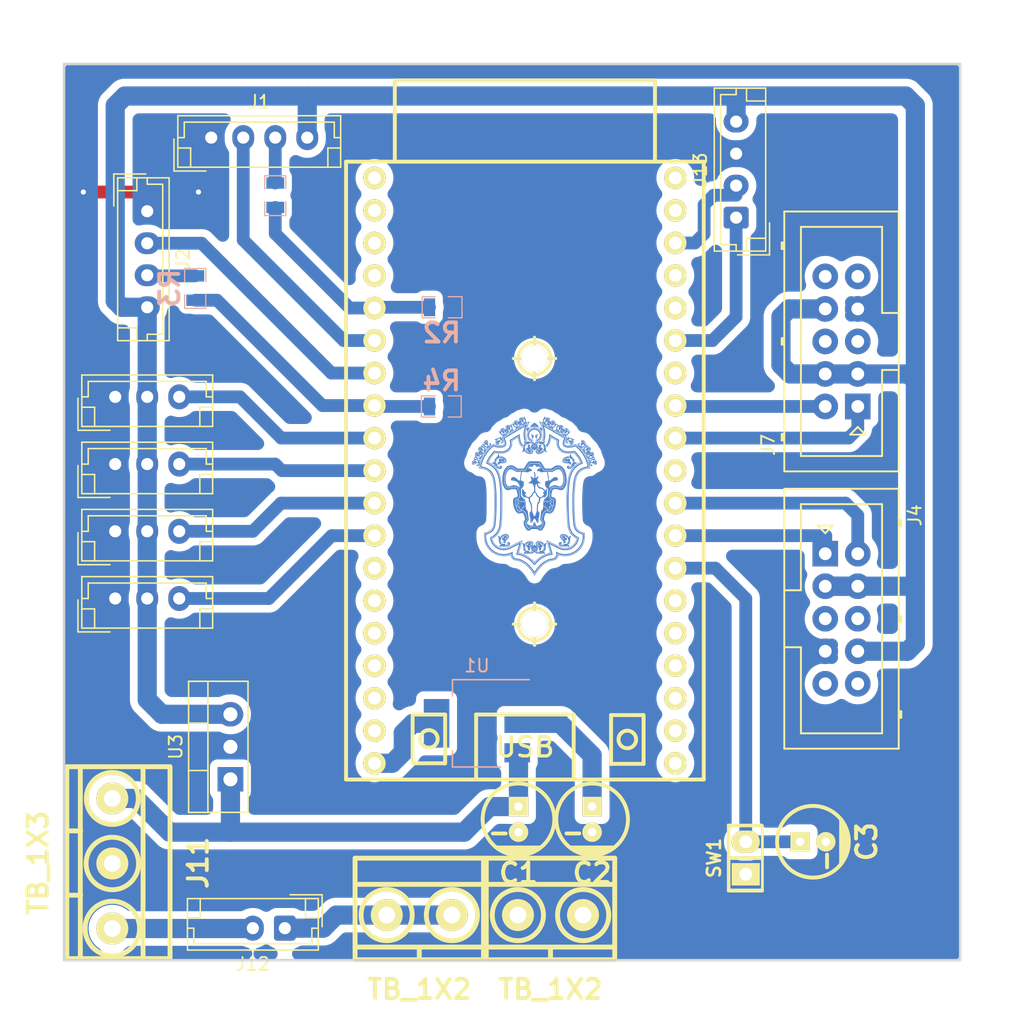
<source format=kicad_pcb>
(kicad_pcb (version 20221018) (generator pcbnew)
  (layers (0 "F.Cu" signal) (31 "B.Cu" signal) (34 "B.Paste" user) (35 "F.Paste" user) (36 "B.SilkS" user "B.Silkscreen") (37 "F.SilkS" user "F.Silkscreen") (38 "B.Mask" user) (39 "F.Mask" user) (44 "Edge.Cuts" user))
  (net 0 "")
  (net 1 "GND")
  (net 2 "/+5v")
  (net 3 "/START")
  (net 4 "/TRIG_1")
  (net 5 "Net-(J1-Pin_3)")
  (net 6 "/TRIG_2")
  (net 7 "Net-(J2-Pin_3)")
  (net 8 "/TATAMI_DER")
  (net 9 "/MI_1")
  (net 10 "/MI_2")
  (net 15 "/TATAMI_IZQ")
  (net 16 "/DIS_DER")
  (net 17 "/MD_1")
  (net 18 "/MD_2")
  (net 23 "/DIS_IZQ")
  (net 24 "/VBAT")
  (net 25 "/VSTEP")
  (net 26 "/SDA")
  (net 27 "/SCL")
  (net 28 "/ECHO_1")
  (net 29 "/ECHO_2")
  (net 30 "/3.3V")
  (net 52 "/SALIDA_STEP")
  (net 53 "/SALIDA_REG")
  (footprint "EESTN5:Pin_Header_2" (layer "F.Cu") (at 122.9325 117.02 90)
    (fp_text reference "SW1")
    (fp_text value "START" hide)
  )
  (footprint "Connector_JST:JST_EH_B3B-EH-A_1x03_P2.50mm_Vertical" (layer "F.Cu") (at 87.25 122.5 180)
    (fp_text reference "J12")
    (fp_text value "Conn_01x03")
  )
  (footprint "EESTN5:ESP32_DEVKITC" (layer "F.Cu") (at 106 86.76 -90)
    (fp_text reference "U2" hide)
    (fp_text value "ESP32_DEVKITC" hide)
  )
  (footprint "Connector_JST:JST_EH_B3B-EH-A_1x03_P2.50mm_Vertical" (layer "F.Cu") (at 74 86.25)
    (fp_text reference "J5" hide)
    (fp_text value "Conn_01x03" hide)
  )
  (footprint "EESTN5:CAP_ELEC_5x11mm" (layer "F.Cu") (at 111.25 114 180)
    (fp_text reference "C2")
    (fp_text value "CAPAPOL" hide)
  )
  (footprint "EESTN5:BORNERA2_AZUL" (layer "F.Cu") (at 97.75 121.47625)
    (fp_text reference "J9" hide)
    (fp_text value "TB_1X2")
  )
  (footprint "Connector_JST:JST_EH_B3B-EH-A_1x03_P2.50mm_Vertical" (layer "F.Cu") (at 74 96.75)
    (fp_text reference "J8" hide)
    (fp_text value "Conn_01x03" hide)
  )
  (footprint "EESTN5:BORNERA2_AZUL" (layer "F.Cu") (at 108 121.47625)
    (fp_text reference "J10" hide)
    (fp_text value "TB_1X2")
  )
  (footprint "LOGO" (layer "F.Cu") (at 106.75 88.75)
    (fp_text reference "G***" hide)
    (fp_text value "LOGO" hide)
  )
  (footprint "Connector_JST:JST_EH_B3B-EH-A_1x03_P2.50mm_Vertical" (layer "F.Cu") (at 74 91.5)
    (fp_text reference "J6" hide)
    (fp_text value "Conn_01x03" hide)
  )
  (footprint "EESTN5:CAP_ELEC_5x11mm" (layer "F.Cu") (at 128.5 115.75 -90)
    (fp_text reference "C3")
    (fp_text value "10uF 16V" hide)
  )
  (footprint "EESTN5:CAP_ELEC_5x11mm" (layer "F.Cu") (at 105.5 114 180)
    (fp_text reference "C1")
    (fp_text value "CAPAPOL" hide)
  )
  (footprint "Package_TO_SOT_THT:TO-220-3_Vertical" (layer "F.Cu") (at 83 110.875 90)
    (fp_text reference "U3")
    (fp_text value "LF15_TO220")
  )
  (footprint "EESTN5:BORNERA3_AZUL" (layer "F.Cu") (at 73.77375 117.44675 -90)
    (fp_text reference "J11")
    (fp_text value "TB_1X3")
  )
  (footprint "Connector_JST:JST_EH_B4B-EH-A_1x04_P2.50mm_Vertical" (layer "F.Cu") (at 122.5 67 90)
    (fp_text reference "J13")
    (fp_text value "Conn_01x04")
  )
  (footprint "Connector_JST:JST_EH_B4B-EH-A_1x04_P2.50mm_Vertical" (layer "F.Cu") (at 81.5 60.75)
    (fp_text reference "J1")
    (fp_text value "Conn_01x04" hide)
  )
  (footprint "EESTN5:hole_2mm" (layer "F.Cu") (at 106.75 98.75)
    (fp_text reference "H1" hide)
    (fp_text value "MountingHole" hide)
  )
  (footprint "EESTN5:hole_2mm" (layer "F.Cu") (at 106.75 78)
    (fp_text reference "H2" hide)
    (fp_text value "MountingHole" hide)
  )
  (footprint "Connector_JST:JST_EH_B4B-EH-A_1x04_P2.50mm_Vertical" (layer "F.Cu") (at 76.5 66.5 -90)
    (fp_text reference "J2")
    (fp_text value "Conn_01x04")
  )
  (footprint "EESTN5:Header_2x05x2.54mm_Vertical" (layer "F.Cu") (at 130.73 76.67 90)
    (fp_text reference "J7")
    (fp_text value "Conn_02x05_Odd_Even")
  )
  (footprint "Connector_JST:JST_EH_B3B-EH-A_1x03_P2.50mm_Vertical" (layer "F.Cu") (at 74 81)
    (fp_text reference "J3" hide)
    (fp_text value "Conn_01x03" hide)
  )
  (footprint "EESTN5:Header_2x05x2.54mm_Vertical" (layer "F.Cu") (at 130.73 98.33 -90)
    (fp_text reference "J4")
    (fp_text value "Conn_02x05_Odd_Even")
  )
  (footprint "EESTN5:R_0805" (layer "B.Cu") (at 80.25 72.5 -90)
    (fp_text reference "R3")
    (fp_text value "R" hide)
  )
  (footprint "Package_TO_SOT_SMD:SOT-223-3_TabPin2" (layer "B.Cu") (at 102.25 106.5 180)
    (fp_text reference "U1")
    (fp_text value "LD1117S12TR_SOT223")
  )
  (footprint "EESTN5:R_0805" (layer "B.Cu") (at 86.5 65.25 -90)
    (fp_text reference "R1" hide)
    (fp_text value "R" hide)
  )
  (footprint "EESTN5:R_0805" (layer "B.Cu") (at 99.5 81.75 180)
    (fp_text reference "R4")
    (fp_text value "R" hide)
  )
  (footprint "EESTN5:R_0805" (layer "B.Cu") (at 99.5 74)
    (fp_text reference "R2")
    (fp_text value "R" hide)
  )
  (gr_rect (start 70 55) (end 140 125) (stroke (width 0.2)) (fill none) (layer "Edge.Cuts"))
  (segment (start 80.5 65) (end 71.51 65) (width 1) (layer "F.Cu") (net 1))
  (via (at 80.5 65) (size 0.8) (drill 0.4) (layers "F.Cu" "B.Cu") (net 1))
  (via (at 71.51 65) (size 0.8) (drill 0.4) (layers "F.Cu" "B.Cu") (net 1))
  (segment (start 94.25 109.62) (end 95.63 109.62) (width 1.5) (layer "B.Cu") (net 2))
  (segment (start 108.75 106.5) (end 105.4 106.5) (width 1.5) (layer "B.Cu") (net 2))
  (segment (start 97.25 106.5) (end 99.1 106.5) (width 1.5) (layer "B.Cu") (net 2))
  (segment (start 96.5 108.75) (end 96.5 107.25) (width 1.5) (layer "B.Cu") (net 2))
  (segment (start 111.25 113) (end 111.25 109) (width 1.5) (layer "B.Cu") (net 2))
  (segment (start 95.63 109.62) (end 96.5 108.75) (width 1.5) (layer "B.Cu") (net 2))
  (segment (start 111.25 109) (end 108.75 106.5) (width 1.5) (layer "B.Cu") (net 2))
  (segment (start 96.5 107.25) (end 97.25 106.5) (width 1.5) (layer "B.Cu") (net 2))
  (segment (start 123.25 96.75) (end 120.88 94.38) (width 1) (layer "B.Cu") (net 3))
  (segment (start 120.88 94.38) (end 117.75 94.38) (width 1) (layer "B.Cu") (net 3))
  (segment (start 127.5 115.75) (end 123.25 115.75) (width 1) (layer "B.Cu") (net 3))
  (segment (start 123.25 115.75) (end 123.25 96.75) (width 1) (layer "B.Cu") (net 3))
  (segment (start 91.85 76.6) (end 84 68.75) (width 1) (layer "B.Cu") (net 4))
  (segment (start 84 68.75) (end 84 60.75) (width 1) (layer "B.Cu") (net 4))
  (segment (start 94.25 76.6) (end 91.85 76.6) (width 1) (layer "B.Cu") (net 4))
  (segment (start 86.5 64.2975) (end 86.5 60.75) (width 1) (layer "B.Cu") (net 5))
  (segment (start 80.75 69) (end 76.5 69) (width 1) (layer "B.Cu") (net 6))
  (segment (start 90.89 79.14) (end 80.75 69) (width 1) (layer "B.Cu") (net 6))
  (segment (start 94.25 79.14) (end 90.89 79.14) (width 1) (layer "B.Cu") (net 6))
  (segment (start 76.5475 71.5475) (end 76.5 71.5) (width 1) (layer "B.Cu") (net 7))
  (segment (start 80.25 71.5475) (end 76.5475 71.5475) (width 1) (layer "B.Cu") (net 7))
  (segment (start 83.75 81) (end 86.97 84.22) (width 1) (layer "B.Cu") (net 8))
  (segment (start 86.97 84.22) (end 94.25 84.22) (width 1) (layer "B.Cu") (net 8))
  (segment (start 79 81) (end 83.75 81) (width 1) (layer "B.Cu") (net 8))
  (segment (start 129.5 91.84) (end 117.75 91.84) (width 1) (layer "B.Cu") (net 9))
  (segment (start 129.5 93.21) (end 129.5 91.84) (width 1) (layer "B.Cu") (net 9))
  (segment (start 129.46 93.25) (end 129.5 93.21) (width 1) (layer "B.Cu") (net 9))
  (segment (start 131.05 89.3) (end 132 90.25) (width 1) (layer "B.Cu") (net 10))
  (segment (start 132 90.25) (end 132 93.25) (width 1) (layer "B.Cu") (net 10))
  (segment (start 117.75 89.3) (end 131.05 89.3) (width 1) (layer "B.Cu") (net 10))
  (segment (start 87.01 86.76) (end 94.25 86.76) (width 1) (layer "B.Cu") (net 15))
  (segment (start 86.5 86.25) (end 87.01 86.76) (width 1) (layer "B.Cu") (net 15))
  (segment (start 79 86.25) (end 86.5 86.25) (width 1) (layer "B.Cu") (net 15))
  (segment (start 86.95 89.3) (end 94.25 89.3) (width 1) (layer "B.Cu") (net 16))
  (segment (start 84.75 91.5) (end 86.95 89.3) (width 1) (layer "B.Cu") (net 16))
  (segment (start 79 91.5) (end 84.75 91.5) (width 1) (layer "B.Cu") (net 16))
  (segment (start 132 83.5) (end 132 81.75) (width 1) (layer "B.Cu") (net 17))
  (segment (start 131.28 84.22) (end 132 83.5) (width 1) (layer "B.Cu") (net 17))
  (segment (start 117.75 84.22) (end 131.28 84.22) (width 1) (layer "B.Cu") (net 17))
  (segment (start 117.82 81.75) (end 117.75 81.68) (width 1) (layer "B.Cu") (net 18))
  (segment (start 129.46 81.75) (end 117.82 81.75) (width 1) (layer "B.Cu") (net 18))
  (segment (start 90.91 91.84) (end 94.25 91.84) (width 1) (layer "B.Cu") (net 23))
  (segment (start 79 96.75) (end 86 96.75) (width 1) (layer "B.Cu") (net 23))
  (segment (start 86 96.75) (end 90.91 91.84) (width 1) (layer "B.Cu") (net 23))
  (segment (start 90.25 122.5) (end 87.25 122.5) (width 1.5) (layer "B.Cu") (net 24))
  (segment (start 95.21 121.47625) (end 91.27375 121.47625) (width 1.5) (layer "B.Cu") (net 24))
  (segment (start 91.27375 121.47625) (end 90.25 122.5) (width 1.5) (layer "B.Cu") (net 24))
  (segment (start 100.29 121.47625) (end 95.21 121.47625) (width 1.5) (layer "B.Cu") (net 24))
  (segment (start 73.77375 122.52675) (end 84.72325 122.52675) (width 1.5) (layer "B.Cu") (net 25))
  (segment (start 84.72325 122.52675) (end 84.75 122.5) (width 1.5) (layer "B.Cu") (net 25))
  (segment (start 120.65 76.6) (end 122.5 74.75) (width 1) (layer "B.Cu") (net 26))
  (segment (start 117.75 76.6) (end 120.65 76.6) (width 1) (layer "B.Cu") (net 26))
  (segment (start 122.5 74.75) (end 122.5 67.75) (width 1) (layer "B.Cu") (net 26))
  (segment (start 117.75 68.98) (end 119.27 68.98) (width 1) (layer "B.Cu") (net 27))
  (segment (start 120 68.25) (end 120 66) (width 1) (layer "B.Cu") (net 27))
  (segment (start 120 66) (end 120.75 65.25) (width 1) (layer "B.Cu") (net 27))
  (segment (start 119.27 68.98) (end 120 68.25) (width 1) (layer "B.Cu") (net 27))
  (segment (start 120.75 65.25) (end 122.5 65.25) (width 1) (layer "B.Cu") (net 27))
  (segment (start 98.5475 74) (end 94.31 74) (width 1) (layer "B.Cu") (net 28))
  (segment (start 86.5 66.2025) (end 86.5 68.25) (width 1) (layer "B.Cu") (net 28))
  (segment (start 92.31 74.06) (end 94.25 74.06) (width 1) (layer "B.Cu") (net 28))
  (segment (start 86.5 68.25) (end 92.31 74.06) (width 1) (layer "B.Cu") (net 28))
  (segment (start 94.31 74) (end 94.25 74.06) (width 1) (layer "B.Cu") (net 28))
  (segment (start 90.18 81.68) (end 94.25 81.68) (width 1) (layer "B.Cu") (net 29))
  (segment (start 81.9525 73.4525) (end 90.18 81.68) (width 1) (layer "B.Cu") (net 29))
  (segment (start 80.25 73.4525) (end 81.9525 73.4525) (width 1) (layer "B.Cu") (net 29))
  (segment (start 94.32 81.75) (end 94.25 81.68) (width 1) (layer "B.Cu") (net 29))
  (segment (start 98.5475 81.75) (end 94.32 81.75) (width 1) (layer "B.Cu") (net 29))
  (segment (start 83 110.83) (end 83 115) (width 1.5) (layer "B.Cu") (net 52))
  (segment (start 105.5 108.9) (end 105.4 108.8) (width 1.5) (layer "B.Cu") (net 52))
  (segment (start 78.25 115) (end 75.61675 112.36675) (width 1.5) (layer "B.Cu") (net 52))
  (segment (start 75.61675 112.36675) (end 73.77375 112.36675) (width 1.5) (layer "B.Cu") (net 52))
  (segment (start 101.25 115) (end 83 115) (width 1.5) (layer "B.Cu") (net 52))
  (segment (start 83 115) (end 78.25 115) (width 1.5) (layer "B.Cu") (net 52))
  (segment (start 105.5 111.75) (end 105.5 108.9) (width 1.5) (layer "B.Cu") (net 52))
  (segment (start 105.5 113) (end 105.5 111.75) (width 1.5) (layer "B.Cu") (net 52))
  (segment (start 105.5 113) (end 103.25 113) (width 1.5) (layer "B.Cu") (net 52))
  (segment (start 103.25 113) (end 101.25 115) (width 1.5) (layer "B.Cu") (net 52))
  (segment (start 76.5 96.75) (end 76.5 91.5) (width 1.5) (layer "B.Cu") (net 53))
  (segment (start 135.75 57.5) (end 136.5 58.25) (width 1.5) (layer "B.Cu") (net 53))
  (segment (start 126.71 79.21) (end 126 78.5) (width 1.5) (layer "B.Cu") (net 53))
  (segment (start 77.645 105.795) (end 83 105.795) (width 1.5) (layer "B.Cu") (net 53))
  (segment (start 89 57.5) (end 122.75 57.5) (width 1.5) (layer "B.Cu") (net 53))
  (segment (start 136.5 95.75) (end 136.5 100.25) (width 1.5) (layer "B.Cu") (net 53))
  (segment (start 136.5 100.25) (end 135.88 100.87) (width 1.5) (layer "B.Cu") (net 53))
  (segment (start 76.5 74) (end 74.5 74) (width 1.5) (layer "B.Cu") (net 53))
  (segment (start 129.46 95.79) (end 136.46 95.79) (width 1.5) (layer "B.Cu") (net 53))
  (segment (start 126.62 74.13) (end 129.46 74.13) (width 1.5) (layer "B.Cu") (net 53))
  (segment (start 135.96 79.21) (end 136.5 79.75) (width 1.5) (layer "B.Cu") (net 53))
  (segment (start 132 79.21) (end 135.96 79.21) (width 1.5) (layer "B.Cu") (net 53))
  (segment (start 122.5 59.5) (end 122.5 57.75) (width 1.5) (layer "B.Cu") (net 53))
  (segment (start 126 74.75) (end 126.62 74.13) (width 1.5) (layer "B.Cu") (net 53))
  (segment (start 76.5 96.75) (end 76.5 104.65) (width 1.5) (layer "B.Cu") (net 53))
  (segment (start 132 95.79) (end 129.46 95.79) (width 1.5) (layer "B.Cu") (net 53))
  (segment (start 74 58.25) (end 74.75 57.5) (width 1.5) (layer "B.Cu") (net 53))
  (segment (start 122.75 57.5) (end 135.75 57.5) (width 1.5) (layer "B.Cu") (net 53))
  (segment (start 76.5 81) (end 76.5 74) (width 1.5) (layer "B.Cu") (net 53))
  (segment (start 135.88 100.87) (end 132 100.87) (width 1.5) (layer "B.Cu") (net 53))
  (segment (start 74.5 74) (end 74 73.5) (width 1.5) (layer "B.Cu") (net 53))
  (segment (start 136.5 79.75) (end 136.5 95.75) (width 1.5) (layer "B.Cu") (net 53))
  (segment (start 74 73.5) (end 74 58.25) (width 1.5) (layer "B.Cu") (net 53))
  (segment (start 132 79.21) (end 129.46 79.21) (width 1.5) (layer "B.Cu") (net 53))
  (segment (start 136.46 95.79) (end 136.5 95.75) (width 1.5) (layer "B.Cu") (net 53))
  (segment (start 76.5 104.65) (end 77.645 105.795) (width 1.5) (layer "B.Cu") (net 53))
  (segment (start 89 60.75) (end 89 57.5) (width 1.5) (layer "B.Cu") (net 53))
  (segment (start 122.5 57.75) (end 122.75 57.5) (width 1.5) (layer "B.Cu") (net 53))
  (segment (start 136.5 58.25) (end 136.5 79.75) (width 1.5) (layer "B.Cu") (net 53))
  (segment (start 126 78.5) (end 126 74.75) (width 1.5) (layer "B.Cu") (net 53))
  (segment (start 76.5 86.25) (end 76.5 81) (width 1.5) (layer "B.Cu") (net 53))
  (segment (start 74.75 57.5) (end 89 57.5) (width 1.5) (layer "B.Cu") (net 53))
  (segment (start 129.46 79.21) (end 126.71 79.21) (width 1.5) (layer "B.Cu") (net 53))
  (segment (start 76.5 91.5) (end 76.5 86.25) (width 1.5) (layer "B.Cu") (net 53))
  (zone (net 1) (net_name "GND") (layer "B.Cu") (connect_pads yes (clearance 0.6)) (min_thickness 1) (fill yes (thermal_gap 1) (thermal_bridge_width 1) (island_removal_mode 1) (island_area_min 10))
    (polygon (pts (xy 65 50) (xy 145 50) (xy 145 130) (xy 65 130)))
  )
)
</source>
